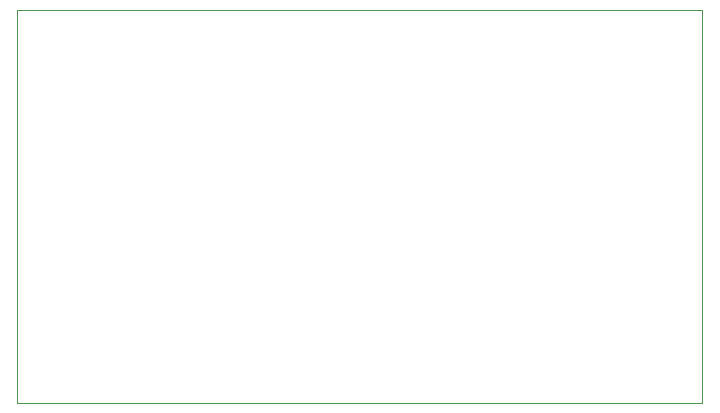
<source format=gbr>
G04 #@! TF.GenerationSoftware,KiCad,Pcbnew,(5.1.5)-3*
G04 #@! TF.CreationDate,2020-03-20T22:34:58-04:00*
G04 #@! TF.ProjectId,PB_16,50425f31-362e-46b6-9963-61645f706362,3*
G04 #@! TF.SameCoordinates,Original*
G04 #@! TF.FileFunction,Profile,NP*
%FSLAX46Y46*%
G04 Gerber Fmt 4.6, Leading zero omitted, Abs format (unit mm)*
G04 Created by KiCad (PCBNEW (5.1.5)-3) date 2020-03-20 22:34:58*
%MOMM*%
%LPD*%
G04 APERTURE LIST*
%ADD10C,0.050000*%
G04 APERTURE END LIST*
D10*
X84000000Y-103000000D02*
X83998700Y-69697600D01*
X142000000Y-103000000D02*
X84000000Y-103000000D01*
X141998700Y-69697600D02*
X142000000Y-103000000D01*
X83998700Y-69697600D02*
X141998700Y-69697600D01*
M02*

</source>
